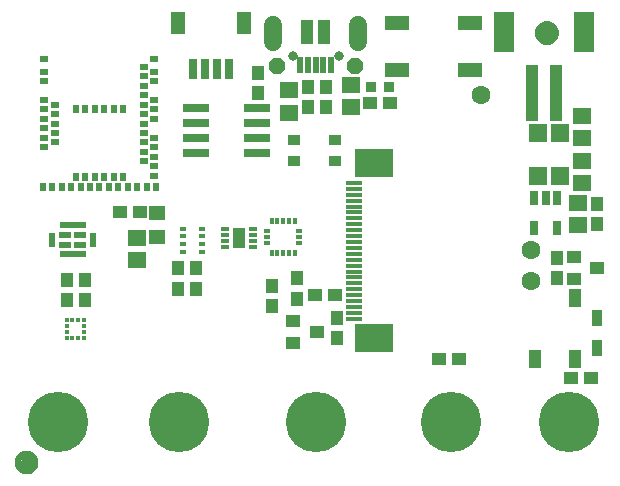
<source format=gbr>
G04 EAGLE Gerber RS-274X export*
G75*
%MOMM*%
%FSLAX34Y34*%
%LPD*%
%INSoldermask Top*%
%IPPOS*%
%AMOC8*
5,1,8,0,0,1.08239X$1,22.5*%
G01*
%ADD10R,2.101600X1.301600*%
%ADD11R,0.651600X1.301600*%
%ADD12R,1.101600X4.701600*%
%ADD13R,1.701600X3.501600*%
%ADD14C,0.801600*%
%ADD15C,1.509600*%
%ADD16P,1.525737X8X22.500000*%
%ADD17P,1.525737X8X202.500000*%
%ADD18R,0.501600X1.451600*%
%ADD19R,1.101600X2.101600*%
%ADD20R,1.501600X1.501600*%
%ADD21R,0.901600X0.901600*%
%ADD22R,0.701600X0.501600*%
%ADD23R,0.501600X0.701600*%
%ADD24R,2.301600X0.701600*%
%ADD25R,1.101600X0.951600*%
%ADD26R,1.101600X1.176600*%
%ADD27R,1.601600X1.341600*%
%ADD28R,1.176600X1.101600*%
%ADD29R,1.401600X1.301600*%
%ADD30C,1.101600*%
%ADD31C,0.500000*%
%ADD32R,0.351600X0.601600*%
%ADD33R,0.601600X0.351600*%
%ADD34R,0.400000X0.375000*%
%ADD35R,0.375000X0.400000*%
%ADD36R,1.101600X1.801600*%
%ADD37R,0.701600X0.351600*%
%ADD38R,0.551600X1.301600*%
%ADD39R,2.301600X0.551600*%
%ADD40R,1.051600X0.551600*%
%ADD41R,0.601600X0.451600*%
%ADD42C,5.117600*%
%ADD43R,0.701600X1.651600*%
%ADD44R,1.301600X1.901600*%
%ADD45R,1.351600X0.381600*%
%ADD46R,3.201600X2.401600*%
%ADD47R,1.301600X1.101600*%
%ADD48R,1.101600X1.601600*%
%ADD49R,0.901600X1.451600*%
%ADD50C,1.601600*%


D10*
X391000Y368000D03*
X329000Y368000D03*
X329000Y408000D03*
X391000Y408000D03*
D11*
X464238Y259701D03*
X454738Y259701D03*
X445238Y259701D03*
X445238Y233699D03*
X464238Y233699D03*
D12*
X443500Y348000D03*
X463500Y348000D03*
D13*
X419500Y400000D03*
X487500Y400000D03*
D14*
X279500Y379920D03*
X240500Y379920D03*
D15*
X224000Y391880D02*
X224000Y405960D01*
X296000Y405960D02*
X296000Y391880D01*
D16*
X293000Y370920D03*
D17*
X227000Y370920D03*
D18*
X273000Y372170D03*
X266500Y372170D03*
X260000Y372170D03*
X253500Y372170D03*
X247000Y372170D03*
D19*
X267500Y399920D03*
X252500Y399920D03*
D20*
X448222Y277726D03*
X448222Y314726D03*
D21*
X321775Y353855D03*
X306775Y353855D03*
D22*
X30500Y377500D03*
X30500Y358500D03*
X30500Y342500D03*
X39500Y338500D03*
X39500Y330500D03*
X39500Y322500D03*
X30500Y318500D03*
X39500Y314500D03*
X30500Y310500D03*
X39500Y306500D03*
X30500Y302500D03*
X30500Y326500D03*
D23*
X29000Y268500D03*
D22*
X30500Y334500D03*
D23*
X37000Y268500D03*
D22*
X30500Y366500D03*
D23*
X45000Y268500D03*
X53000Y268500D03*
X61000Y268500D03*
X69000Y268500D03*
X77000Y268500D03*
X85000Y268500D03*
X93000Y268500D03*
X65000Y277500D03*
X73000Y277500D03*
X81000Y277500D03*
X89000Y277500D03*
X97000Y277500D03*
X117000Y268500D03*
X101000Y268500D03*
X109000Y268500D03*
X125000Y268500D03*
D22*
X123500Y278500D03*
X123500Y286500D03*
X123500Y294500D03*
X114500Y298500D03*
X114500Y306500D03*
X123500Y302500D03*
X114500Y290500D03*
D23*
X57000Y277500D03*
D22*
X123500Y310500D03*
X114500Y314500D03*
X114500Y322500D03*
X123500Y326500D03*
X114500Y330500D03*
X123500Y334500D03*
X114500Y338500D03*
X123500Y342500D03*
X114500Y346500D03*
X114500Y354500D03*
X123500Y358500D03*
X114500Y362500D03*
X123500Y366500D03*
X114500Y370500D03*
X123500Y377500D03*
D23*
X57000Y334500D03*
X65000Y334500D03*
X73000Y334500D03*
X81000Y334500D03*
X89000Y334500D03*
X97000Y334500D03*
D24*
X158470Y323020D03*
X210470Y323020D03*
X158470Y335720D03*
X158470Y310320D03*
X158470Y297620D03*
X210470Y335720D03*
X210470Y310320D03*
X210470Y297620D03*
D25*
X241522Y308278D03*
X276522Y308278D03*
X241522Y290778D03*
X276522Y290778D03*
D26*
X497884Y254636D03*
X497884Y237636D03*
X211229Y365731D03*
X211229Y348731D03*
D27*
X481989Y255620D03*
X481989Y236620D03*
X289915Y336220D03*
X289915Y355220D03*
X485564Y290948D03*
X485564Y271948D03*
X108813Y207047D03*
X108813Y226047D03*
X485555Y310338D03*
X485555Y329338D03*
D28*
X322798Y340219D03*
X305798Y340219D03*
D26*
X268910Y353600D03*
X268910Y336600D03*
X253705Y353485D03*
X253705Y336485D03*
D29*
X125434Y226289D03*
X125434Y246609D03*
D28*
X259320Y177545D03*
X276320Y177545D03*
D30*
X15330Y35475D03*
D31*
X15330Y42975D02*
X15149Y42973D01*
X14968Y42966D01*
X14787Y42955D01*
X14606Y42940D01*
X14426Y42920D01*
X14246Y42896D01*
X14067Y42868D01*
X13889Y42835D01*
X13712Y42798D01*
X13535Y42757D01*
X13360Y42712D01*
X13185Y42662D01*
X13012Y42608D01*
X12841Y42550D01*
X12670Y42488D01*
X12502Y42421D01*
X12335Y42351D01*
X12169Y42277D01*
X12006Y42198D01*
X11845Y42116D01*
X11685Y42030D01*
X11528Y41940D01*
X11373Y41846D01*
X11220Y41749D01*
X11070Y41647D01*
X10922Y41543D01*
X10776Y41434D01*
X10634Y41323D01*
X10494Y41207D01*
X10357Y41089D01*
X10222Y40967D01*
X10091Y40842D01*
X9963Y40714D01*
X9838Y40583D01*
X9716Y40448D01*
X9598Y40311D01*
X9482Y40171D01*
X9371Y40029D01*
X9262Y39883D01*
X9158Y39735D01*
X9056Y39585D01*
X8959Y39432D01*
X8865Y39277D01*
X8775Y39120D01*
X8689Y38960D01*
X8607Y38799D01*
X8528Y38636D01*
X8454Y38470D01*
X8384Y38303D01*
X8317Y38135D01*
X8255Y37964D01*
X8197Y37793D01*
X8143Y37620D01*
X8093Y37445D01*
X8048Y37270D01*
X8007Y37093D01*
X7970Y36916D01*
X7937Y36738D01*
X7909Y36559D01*
X7885Y36379D01*
X7865Y36199D01*
X7850Y36018D01*
X7839Y35837D01*
X7832Y35656D01*
X7830Y35475D01*
X15330Y42975D02*
X15511Y42973D01*
X15692Y42966D01*
X15873Y42955D01*
X16054Y42940D01*
X16234Y42920D01*
X16414Y42896D01*
X16593Y42868D01*
X16771Y42835D01*
X16948Y42798D01*
X17125Y42757D01*
X17300Y42712D01*
X17475Y42662D01*
X17648Y42608D01*
X17819Y42550D01*
X17990Y42488D01*
X18158Y42421D01*
X18325Y42351D01*
X18491Y42277D01*
X18654Y42198D01*
X18815Y42116D01*
X18975Y42030D01*
X19132Y41940D01*
X19287Y41846D01*
X19440Y41749D01*
X19590Y41647D01*
X19738Y41543D01*
X19884Y41434D01*
X20026Y41323D01*
X20166Y41207D01*
X20303Y41089D01*
X20438Y40967D01*
X20569Y40842D01*
X20697Y40714D01*
X20822Y40583D01*
X20944Y40448D01*
X21062Y40311D01*
X21178Y40171D01*
X21289Y40029D01*
X21398Y39883D01*
X21502Y39735D01*
X21604Y39585D01*
X21701Y39432D01*
X21795Y39277D01*
X21885Y39120D01*
X21971Y38960D01*
X22053Y38799D01*
X22132Y38636D01*
X22206Y38470D01*
X22276Y38303D01*
X22343Y38135D01*
X22405Y37964D01*
X22463Y37793D01*
X22517Y37620D01*
X22567Y37445D01*
X22612Y37270D01*
X22653Y37093D01*
X22690Y36916D01*
X22723Y36738D01*
X22751Y36559D01*
X22775Y36379D01*
X22795Y36199D01*
X22810Y36018D01*
X22821Y35837D01*
X22828Y35656D01*
X22830Y35475D01*
X22828Y35294D01*
X22821Y35113D01*
X22810Y34932D01*
X22795Y34751D01*
X22775Y34571D01*
X22751Y34391D01*
X22723Y34212D01*
X22690Y34034D01*
X22653Y33857D01*
X22612Y33680D01*
X22567Y33505D01*
X22517Y33330D01*
X22463Y33157D01*
X22405Y32986D01*
X22343Y32815D01*
X22276Y32647D01*
X22206Y32480D01*
X22132Y32314D01*
X22053Y32151D01*
X21971Y31990D01*
X21885Y31830D01*
X21795Y31673D01*
X21701Y31518D01*
X21604Y31365D01*
X21502Y31215D01*
X21398Y31067D01*
X21289Y30921D01*
X21178Y30779D01*
X21062Y30639D01*
X20944Y30502D01*
X20822Y30367D01*
X20697Y30236D01*
X20569Y30108D01*
X20438Y29983D01*
X20303Y29861D01*
X20166Y29743D01*
X20026Y29627D01*
X19884Y29516D01*
X19738Y29407D01*
X19590Y29303D01*
X19440Y29201D01*
X19287Y29104D01*
X19132Y29010D01*
X18975Y28920D01*
X18815Y28834D01*
X18654Y28752D01*
X18491Y28673D01*
X18325Y28599D01*
X18158Y28529D01*
X17990Y28462D01*
X17819Y28400D01*
X17648Y28342D01*
X17475Y28288D01*
X17300Y28238D01*
X17125Y28193D01*
X16948Y28152D01*
X16771Y28115D01*
X16593Y28082D01*
X16414Y28054D01*
X16234Y28030D01*
X16054Y28010D01*
X15873Y27995D01*
X15692Y27984D01*
X15511Y27977D01*
X15330Y27975D01*
X15149Y27977D01*
X14968Y27984D01*
X14787Y27995D01*
X14606Y28010D01*
X14426Y28030D01*
X14246Y28054D01*
X14067Y28082D01*
X13889Y28115D01*
X13712Y28152D01*
X13535Y28193D01*
X13360Y28238D01*
X13185Y28288D01*
X13012Y28342D01*
X12841Y28400D01*
X12670Y28462D01*
X12502Y28529D01*
X12335Y28599D01*
X12169Y28673D01*
X12006Y28752D01*
X11845Y28834D01*
X11685Y28920D01*
X11528Y29010D01*
X11373Y29104D01*
X11220Y29201D01*
X11070Y29303D01*
X10922Y29407D01*
X10776Y29516D01*
X10634Y29627D01*
X10494Y29743D01*
X10357Y29861D01*
X10222Y29983D01*
X10091Y30108D01*
X9963Y30236D01*
X9838Y30367D01*
X9716Y30502D01*
X9598Y30639D01*
X9482Y30779D01*
X9371Y30921D01*
X9262Y31067D01*
X9158Y31215D01*
X9056Y31365D01*
X8959Y31518D01*
X8865Y31673D01*
X8775Y31830D01*
X8689Y31990D01*
X8607Y32151D01*
X8528Y32314D01*
X8454Y32480D01*
X8384Y32647D01*
X8317Y32815D01*
X8255Y32986D01*
X8197Y33157D01*
X8143Y33330D01*
X8093Y33505D01*
X8048Y33680D01*
X8007Y33857D01*
X7970Y34034D01*
X7937Y34212D01*
X7909Y34391D01*
X7885Y34571D01*
X7865Y34751D01*
X7850Y34932D01*
X7839Y35113D01*
X7832Y35294D01*
X7830Y35475D01*
D30*
X455840Y399085D03*
D31*
X455840Y406585D02*
X455659Y406583D01*
X455478Y406576D01*
X455297Y406565D01*
X455116Y406550D01*
X454936Y406530D01*
X454756Y406506D01*
X454577Y406478D01*
X454399Y406445D01*
X454222Y406408D01*
X454045Y406367D01*
X453870Y406322D01*
X453695Y406272D01*
X453522Y406218D01*
X453351Y406160D01*
X453180Y406098D01*
X453012Y406031D01*
X452845Y405961D01*
X452679Y405887D01*
X452516Y405808D01*
X452355Y405726D01*
X452195Y405640D01*
X452038Y405550D01*
X451883Y405456D01*
X451730Y405359D01*
X451580Y405257D01*
X451432Y405153D01*
X451286Y405044D01*
X451144Y404933D01*
X451004Y404817D01*
X450867Y404699D01*
X450732Y404577D01*
X450601Y404452D01*
X450473Y404324D01*
X450348Y404193D01*
X450226Y404058D01*
X450108Y403921D01*
X449992Y403781D01*
X449881Y403639D01*
X449772Y403493D01*
X449668Y403345D01*
X449566Y403195D01*
X449469Y403042D01*
X449375Y402887D01*
X449285Y402730D01*
X449199Y402570D01*
X449117Y402409D01*
X449038Y402246D01*
X448964Y402080D01*
X448894Y401913D01*
X448827Y401745D01*
X448765Y401574D01*
X448707Y401403D01*
X448653Y401230D01*
X448603Y401055D01*
X448558Y400880D01*
X448517Y400703D01*
X448480Y400526D01*
X448447Y400348D01*
X448419Y400169D01*
X448395Y399989D01*
X448375Y399809D01*
X448360Y399628D01*
X448349Y399447D01*
X448342Y399266D01*
X448340Y399085D01*
X455840Y406585D02*
X456021Y406583D01*
X456202Y406576D01*
X456383Y406565D01*
X456564Y406550D01*
X456744Y406530D01*
X456924Y406506D01*
X457103Y406478D01*
X457281Y406445D01*
X457458Y406408D01*
X457635Y406367D01*
X457810Y406322D01*
X457985Y406272D01*
X458158Y406218D01*
X458329Y406160D01*
X458500Y406098D01*
X458668Y406031D01*
X458835Y405961D01*
X459001Y405887D01*
X459164Y405808D01*
X459325Y405726D01*
X459485Y405640D01*
X459642Y405550D01*
X459797Y405456D01*
X459950Y405359D01*
X460100Y405257D01*
X460248Y405153D01*
X460394Y405044D01*
X460536Y404933D01*
X460676Y404817D01*
X460813Y404699D01*
X460948Y404577D01*
X461079Y404452D01*
X461207Y404324D01*
X461332Y404193D01*
X461454Y404058D01*
X461572Y403921D01*
X461688Y403781D01*
X461799Y403639D01*
X461908Y403493D01*
X462012Y403345D01*
X462114Y403195D01*
X462211Y403042D01*
X462305Y402887D01*
X462395Y402730D01*
X462481Y402570D01*
X462563Y402409D01*
X462642Y402246D01*
X462716Y402080D01*
X462786Y401913D01*
X462853Y401745D01*
X462915Y401574D01*
X462973Y401403D01*
X463027Y401230D01*
X463077Y401055D01*
X463122Y400880D01*
X463163Y400703D01*
X463200Y400526D01*
X463233Y400348D01*
X463261Y400169D01*
X463285Y399989D01*
X463305Y399809D01*
X463320Y399628D01*
X463331Y399447D01*
X463338Y399266D01*
X463340Y399085D01*
X463338Y398904D01*
X463331Y398723D01*
X463320Y398542D01*
X463305Y398361D01*
X463285Y398181D01*
X463261Y398001D01*
X463233Y397822D01*
X463200Y397644D01*
X463163Y397467D01*
X463122Y397290D01*
X463077Y397115D01*
X463027Y396940D01*
X462973Y396767D01*
X462915Y396596D01*
X462853Y396425D01*
X462786Y396257D01*
X462716Y396090D01*
X462642Y395924D01*
X462563Y395761D01*
X462481Y395600D01*
X462395Y395440D01*
X462305Y395283D01*
X462211Y395128D01*
X462114Y394975D01*
X462012Y394825D01*
X461908Y394677D01*
X461799Y394531D01*
X461688Y394389D01*
X461572Y394249D01*
X461454Y394112D01*
X461332Y393977D01*
X461207Y393846D01*
X461079Y393718D01*
X460948Y393593D01*
X460813Y393471D01*
X460676Y393353D01*
X460536Y393237D01*
X460394Y393126D01*
X460248Y393017D01*
X460100Y392913D01*
X459950Y392811D01*
X459797Y392714D01*
X459642Y392620D01*
X459485Y392530D01*
X459325Y392444D01*
X459164Y392362D01*
X459001Y392283D01*
X458835Y392209D01*
X458668Y392139D01*
X458500Y392072D01*
X458329Y392010D01*
X458158Y391952D01*
X457985Y391898D01*
X457810Y391848D01*
X457635Y391803D01*
X457458Y391762D01*
X457281Y391725D01*
X457103Y391692D01*
X456924Y391664D01*
X456744Y391640D01*
X456564Y391620D01*
X456383Y391605D01*
X456202Y391594D01*
X456021Y391587D01*
X455840Y391585D01*
X455659Y391587D01*
X455478Y391594D01*
X455297Y391605D01*
X455116Y391620D01*
X454936Y391640D01*
X454756Y391664D01*
X454577Y391692D01*
X454399Y391725D01*
X454222Y391762D01*
X454045Y391803D01*
X453870Y391848D01*
X453695Y391898D01*
X453522Y391952D01*
X453351Y392010D01*
X453180Y392072D01*
X453012Y392139D01*
X452845Y392209D01*
X452679Y392283D01*
X452516Y392362D01*
X452355Y392444D01*
X452195Y392530D01*
X452038Y392620D01*
X451883Y392714D01*
X451730Y392811D01*
X451580Y392913D01*
X451432Y393017D01*
X451286Y393126D01*
X451144Y393237D01*
X451004Y393353D01*
X450867Y393471D01*
X450732Y393593D01*
X450601Y393718D01*
X450473Y393846D01*
X450348Y393977D01*
X450226Y394112D01*
X450108Y394249D01*
X449992Y394389D01*
X449881Y394531D01*
X449772Y394677D01*
X449668Y394825D01*
X449566Y394975D01*
X449469Y395128D01*
X449375Y395283D01*
X449285Y395440D01*
X449199Y395600D01*
X449117Y395761D01*
X449038Y395924D01*
X448964Y396090D01*
X448894Y396257D01*
X448827Y396425D01*
X448765Y396596D01*
X448707Y396767D01*
X448653Y396940D01*
X448603Y397115D01*
X448558Y397290D01*
X448517Y397467D01*
X448480Y397644D01*
X448447Y397822D01*
X448419Y398001D01*
X448395Y398181D01*
X448375Y398361D01*
X448360Y398542D01*
X448349Y398723D01*
X448342Y398904D01*
X448340Y399085D01*
D20*
X467000Y277850D03*
X467000Y314850D03*
D28*
X94310Y247460D03*
X111310Y247460D03*
D32*
X222735Y213060D03*
X227735Y213060D03*
X232735Y213060D03*
X237735Y213060D03*
X242735Y213060D03*
D33*
X246235Y221560D03*
X246235Y226560D03*
X246235Y231560D03*
D32*
X242735Y240060D03*
X237735Y240060D03*
X232735Y240060D03*
X227735Y240060D03*
X222735Y240060D03*
D33*
X219235Y231560D03*
X219235Y226560D03*
X219235Y221560D03*
D34*
X64150Y146275D03*
X64150Y151275D03*
X49150Y151275D03*
X49150Y146275D03*
D35*
X54125Y141250D03*
X59125Y141250D03*
X59125Y156250D03*
X54125Y156250D03*
D34*
X49150Y156225D03*
X49150Y141225D03*
X64150Y141225D03*
X64150Y156225D03*
D26*
X64972Y190160D03*
X64972Y173160D03*
D27*
X237470Y350850D03*
X237470Y331850D03*
D26*
X143230Y199855D03*
X143230Y182855D03*
X158710Y199855D03*
X158710Y182855D03*
D36*
X195170Y225560D03*
D37*
X183670Y233060D03*
X183670Y228060D03*
X183670Y223060D03*
X183670Y218060D03*
X206670Y218060D03*
X206670Y223060D03*
X206670Y228060D03*
X206670Y233060D03*
D38*
X36795Y224340D03*
X71795Y224340D03*
D39*
X54295Y236840D03*
X54295Y211840D03*
D40*
X60545Y228590D03*
X60545Y220090D03*
X48045Y220090D03*
X48045Y228590D03*
D41*
X164000Y233680D03*
X164000Y227180D03*
X164000Y220680D03*
X164000Y214180D03*
X148000Y214180D03*
X148000Y220680D03*
X148000Y227180D03*
X148000Y233680D03*
D42*
X475000Y70000D03*
X375000Y70000D03*
X260000Y70000D03*
X144000Y70000D03*
X42000Y70000D03*
D43*
X176450Y368560D03*
X166450Y368560D03*
X186450Y368560D03*
X156450Y368560D03*
D44*
X199450Y407560D03*
X143450Y407560D03*
D45*
X292940Y272260D03*
X292940Y267260D03*
X292940Y262260D03*
X292940Y257260D03*
X292940Y252260D03*
X292940Y247260D03*
X292940Y242260D03*
X292940Y237260D03*
X292940Y232260D03*
X292940Y227260D03*
X292940Y222260D03*
X292940Y217260D03*
X292940Y212260D03*
X292940Y207260D03*
X292940Y202260D03*
X292940Y197260D03*
X292940Y192260D03*
X292940Y187260D03*
X292940Y182260D03*
X292940Y177260D03*
X292940Y172260D03*
X292940Y167260D03*
X292940Y162260D03*
X292940Y157260D03*
D46*
X309500Y140560D03*
X309500Y288960D03*
D26*
X244475Y174380D03*
X244475Y191380D03*
D47*
X260825Y146050D03*
X240825Y136550D03*
X240825Y155550D03*
D26*
X278130Y140725D03*
X278130Y157725D03*
D28*
X493259Y106934D03*
X476259Y106934D03*
X381499Y123571D03*
X364499Y123571D03*
D26*
X223139Y185284D03*
X223139Y168284D03*
X49530Y189840D03*
X49530Y172840D03*
D48*
X479423Y123479D03*
X479423Y174479D03*
X445423Y123479D03*
D47*
X498696Y200406D03*
X478696Y190906D03*
X478696Y209906D03*
D26*
X464312Y208652D03*
X464312Y191652D03*
D49*
X498602Y132588D03*
X498602Y157988D03*
D50*
X442214Y215392D03*
X442214Y189484D03*
X400304Y346456D03*
M02*

</source>
